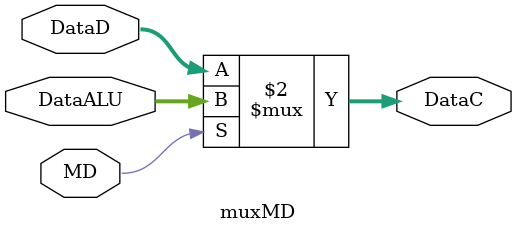
<source format=v>
module muxMD(MD, DataALU, DataD, DataC);
  
  // inputs
  input  MD;
  input[7:0] DataALU;
  input[7:0] DataD;
  
  // outputs
  output [7:0]DataC;

  // MUX LOGIC:
  //   if   MB == 0 => Bout = DataB
  //   else            => Bout = IMMS'
  assign DataC = (MD == 1'b0) ? DataD : DataALU ;

endmodule
</source>
